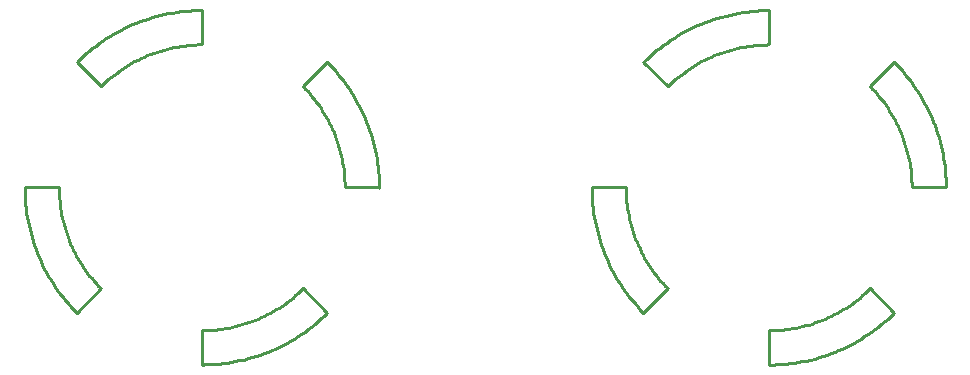
<source format=gbr>
G04 EAGLE Gerber RS-274X export*
G75*
%MOMM*%
%FSLAX34Y34*%
%LPD*%
%IN*%
%IPPOS*%
%AMOC8*
5,1,8,0,0,1.08239X$1,22.5*%
G01*
%ADD10C,0.254000*%


D10*
X662837Y77350D02*
X666407Y77392D01*
X669975Y77519D01*
X673538Y77731D01*
X677096Y78027D01*
X680645Y78409D01*
X684185Y78874D01*
X687712Y79424D01*
X691226Y80057D01*
X694723Y80774D01*
X698202Y81574D01*
X701661Y82456D01*
X705098Y83421D01*
X708512Y84467D01*
X711899Y85594D01*
X715258Y86801D01*
X718588Y88088D01*
X721887Y89454D01*
X725152Y90898D01*
X728381Y92419D01*
X731574Y94016D01*
X734727Y95689D01*
X737840Y97437D01*
X740911Y99258D01*
X743937Y101152D01*
X746917Y103117D01*
X749850Y105153D01*
X752733Y107258D01*
X755566Y109431D01*
X758346Y111670D01*
X761072Y113976D01*
X763742Y116345D01*
X766355Y118777D01*
X768910Y121271D01*
X662841Y106350D02*
X662837Y77350D01*
X662841Y106350D02*
X665720Y106384D01*
X668598Y106486D01*
X671473Y106657D01*
X674343Y106897D01*
X677206Y107204D01*
X680061Y107580D01*
X682906Y108023D01*
X685740Y108534D01*
X688562Y109112D01*
X691368Y109757D01*
X694158Y110469D01*
X696931Y111247D01*
X699684Y112091D01*
X702417Y113000D01*
X705127Y113974D01*
X707813Y115012D01*
X710474Y116114D01*
X713107Y117279D01*
X715713Y118506D01*
X718288Y119794D01*
X720832Y121144D01*
X723343Y122554D01*
X725819Y124023D01*
X728261Y125551D01*
X730665Y127136D01*
X733030Y128778D01*
X735356Y130476D01*
X737641Y132229D01*
X739884Y134035D01*
X742082Y135895D01*
X744236Y137806D01*
X746344Y139768D01*
X748405Y141780D01*
X768909Y121271D01*
X61855Y227378D02*
X32855Y227378D01*
X61855Y227378D02*
X61889Y224499D01*
X61992Y221621D01*
X62163Y218746D01*
X62403Y215876D01*
X62711Y213013D01*
X63087Y210158D01*
X63530Y207313D01*
X64042Y204479D01*
X64620Y201658D01*
X65266Y198851D01*
X65978Y196061D01*
X66756Y193288D01*
X67600Y190535D01*
X68510Y187803D01*
X69484Y185093D01*
X70522Y182407D01*
X71624Y179746D01*
X72789Y177113D01*
X74017Y174508D01*
X75306Y171933D01*
X76656Y169389D01*
X78066Y166878D01*
X79535Y164402D01*
X81063Y161961D01*
X82649Y159557D01*
X84291Y157191D01*
X85989Y154866D01*
X87742Y152581D01*
X89549Y150339D01*
X91409Y148140D01*
X93321Y145986D01*
X95283Y143879D01*
X97295Y141818D01*
X76789Y121312D01*
X74295Y123866D01*
X71862Y126479D01*
X69493Y129149D01*
X67187Y131874D01*
X64947Y134654D01*
X62774Y137486D01*
X60669Y140369D01*
X58633Y143302D01*
X56667Y146282D01*
X54773Y149308D01*
X52951Y152378D01*
X51203Y155491D01*
X49530Y158644D01*
X47932Y161836D01*
X46410Y165066D01*
X44966Y168330D01*
X43600Y171629D01*
X42313Y174958D01*
X41105Y178318D01*
X39978Y181705D01*
X38931Y185118D01*
X37966Y188555D01*
X37083Y192014D01*
X36283Y195493D01*
X35566Y198990D01*
X34932Y202503D01*
X34382Y206031D01*
X33916Y209570D01*
X33534Y213120D01*
X33237Y216677D01*
X33025Y220241D01*
X32897Y223808D01*
X32855Y227378D01*
X182855Y77378D02*
X186425Y77420D01*
X189992Y77548D01*
X193556Y77760D01*
X197113Y78057D01*
X200663Y78439D01*
X204202Y78905D01*
X207730Y79455D01*
X211243Y80089D01*
X214740Y80806D01*
X218219Y81606D01*
X221678Y82489D01*
X225115Y83454D01*
X228528Y84501D01*
X231915Y85628D01*
X235275Y86836D01*
X238604Y88123D01*
X241903Y89489D01*
X245167Y90933D01*
X248397Y92455D01*
X251589Y94053D01*
X254742Y95726D01*
X257855Y97474D01*
X260925Y99296D01*
X263951Y101190D01*
X266931Y103156D01*
X269864Y105192D01*
X272747Y107297D01*
X275579Y109470D01*
X278359Y111710D01*
X281084Y114016D01*
X283754Y116385D01*
X286367Y118818D01*
X288921Y121312D01*
X182855Y106378D02*
X182855Y77378D01*
X182855Y106378D02*
X185734Y106412D01*
X188612Y106515D01*
X191487Y106686D01*
X194357Y106926D01*
X197220Y107234D01*
X200075Y107610D01*
X202920Y108053D01*
X205754Y108565D01*
X208575Y109143D01*
X211382Y109789D01*
X214172Y110501D01*
X216945Y111279D01*
X219698Y112123D01*
X222430Y113033D01*
X225140Y114007D01*
X227826Y115045D01*
X230487Y116147D01*
X233120Y117312D01*
X235725Y118540D01*
X238300Y119829D01*
X240844Y121179D01*
X243355Y122589D01*
X245831Y124058D01*
X248272Y125586D01*
X250676Y127172D01*
X253042Y128814D01*
X255367Y130512D01*
X257652Y132265D01*
X259894Y134072D01*
X262093Y135932D01*
X264247Y137844D01*
X266354Y139806D01*
X268415Y141818D01*
X288921Y121312D01*
X512855Y227367D02*
X512897Y223797D01*
X513024Y220230D01*
X513236Y216666D01*
X513533Y213108D01*
X513914Y209559D01*
X514379Y206020D01*
X514929Y202492D01*
X515562Y198979D01*
X516279Y195482D01*
X517079Y192003D01*
X517962Y188544D01*
X518926Y185106D01*
X519972Y181693D01*
X521099Y178306D01*
X522307Y174946D01*
X523594Y171616D01*
X524959Y168318D01*
X526403Y165053D01*
X527924Y161824D01*
X529522Y158631D01*
X531195Y155478D01*
X532943Y152365D01*
X534764Y149294D01*
X536658Y146268D01*
X538623Y143288D01*
X540659Y140355D01*
X542764Y137472D01*
X544937Y134639D01*
X547176Y131860D01*
X549481Y129134D01*
X551851Y126463D01*
X554283Y123850D01*
X556777Y121296D01*
X541855Y227364D02*
X512855Y227367D01*
X541855Y227364D02*
X541891Y224395D01*
X542000Y221427D01*
X542182Y218463D01*
X542436Y215504D01*
X542763Y212552D01*
X543163Y209610D01*
X543634Y206678D01*
X544177Y203758D01*
X544792Y200853D01*
X545478Y197963D01*
X546234Y195091D01*
X547061Y192239D01*
X547958Y189408D01*
X548923Y186600D01*
X549958Y183816D01*
X551060Y181058D01*
X552230Y178329D01*
X553466Y175629D01*
X554768Y172960D01*
X556136Y170324D01*
X557567Y167722D01*
X559063Y165156D01*
X560620Y162627D01*
X562239Y160138D01*
X563919Y157689D01*
X565658Y155282D01*
X567456Y152918D01*
X569312Y150599D01*
X571223Y148327D01*
X573190Y146102D01*
X575211Y143926D01*
X577285Y141800D01*
X556777Y121296D01*
X303853Y228029D02*
X303801Y230978D01*
X303678Y233925D01*
X303482Y236868D01*
X303215Y239805D01*
X302877Y242735D01*
X302467Y245655D01*
X301986Y248565D01*
X301434Y251463D01*
X300812Y254346D01*
X300119Y257213D01*
X299357Y260062D01*
X298526Y262892D01*
X297626Y265700D01*
X296658Y268486D01*
X295622Y271248D01*
X294520Y273983D01*
X293350Y276691D01*
X292116Y279369D01*
X290816Y282017D01*
X289452Y284632D01*
X288025Y287213D01*
X286536Y289759D01*
X284984Y292267D01*
X283373Y294737D01*
X281701Y297167D01*
X279971Y299556D01*
X278183Y301901D01*
X276338Y304203D01*
X274438Y306458D01*
X272483Y308667D01*
X270475Y310827D01*
X268415Y312938D01*
X288921Y333444D01*
X291431Y330874D01*
X293878Y328244D01*
X296261Y325557D01*
X298580Y322813D01*
X300832Y320014D01*
X303016Y317163D01*
X305132Y314260D01*
X307177Y311307D01*
X309151Y308306D01*
X311053Y305258D01*
X312881Y302166D01*
X314634Y299031D01*
X316312Y295855D01*
X317914Y292640D01*
X319438Y289387D01*
X320883Y286099D01*
X322250Y282777D01*
X323537Y279423D01*
X324742Y276040D01*
X325867Y272628D01*
X326910Y269191D01*
X327869Y265729D01*
X328746Y262246D01*
X329539Y258742D01*
X330248Y255221D01*
X330873Y251683D01*
X331412Y248132D01*
X331867Y244569D01*
X332236Y240996D01*
X332519Y237415D01*
X332716Y233828D01*
X332828Y230238D01*
X332853Y226646D01*
X332853Y227378D02*
X303855Y227378D01*
X182855Y377378D02*
X179285Y377336D01*
X175718Y377208D01*
X172154Y376996D01*
X168597Y376699D01*
X165047Y376317D01*
X161508Y375851D01*
X157980Y375301D01*
X154467Y374667D01*
X150970Y373950D01*
X147491Y373150D01*
X144032Y372267D01*
X140595Y371302D01*
X137182Y370255D01*
X133795Y369128D01*
X130435Y367920D01*
X127106Y366633D01*
X123807Y365267D01*
X120543Y363823D01*
X117313Y362301D01*
X114121Y360703D01*
X110968Y359030D01*
X107855Y357282D01*
X104785Y355460D01*
X101759Y353566D01*
X98779Y351600D01*
X95846Y349564D01*
X92963Y347459D01*
X90131Y345286D01*
X87351Y343046D01*
X84626Y340740D01*
X81956Y338371D01*
X79343Y335938D01*
X76789Y333444D01*
X182855Y348378D02*
X182855Y377378D01*
X182855Y348378D02*
X179886Y348342D01*
X176918Y348232D01*
X173954Y348050D01*
X170995Y347795D01*
X168043Y347468D01*
X165101Y347068D01*
X162169Y346597D01*
X159249Y346053D01*
X156344Y345438D01*
X153455Y344752D01*
X150583Y343995D01*
X147731Y343168D01*
X144900Y342271D01*
X142091Y341305D01*
X139308Y340270D01*
X136550Y339167D01*
X133821Y337997D01*
X131121Y336761D01*
X128452Y335458D01*
X125816Y334091D01*
X123214Y332659D01*
X120649Y331163D01*
X118120Y329605D01*
X115631Y327986D01*
X113182Y326306D01*
X110775Y324566D01*
X108412Y322768D01*
X106094Y320912D01*
X103821Y319000D01*
X101596Y317033D01*
X99421Y315012D01*
X97295Y312938D01*
X76789Y333444D01*
X662869Y348350D02*
X662872Y377350D01*
X662869Y348350D02*
X659900Y348314D01*
X656932Y348205D01*
X653968Y348023D01*
X651009Y347769D01*
X648057Y347442D01*
X645115Y347042D01*
X642183Y346571D01*
X639263Y346028D01*
X636358Y345413D01*
X633468Y344727D01*
X630596Y343971D01*
X627744Y343144D01*
X624913Y342247D01*
X622105Y341282D01*
X619321Y340247D01*
X616563Y339145D01*
X613834Y337975D01*
X611134Y336739D01*
X608465Y335437D01*
X605829Y334069D01*
X603227Y332638D01*
X600661Y331142D01*
X598132Y329585D01*
X595643Y327966D01*
X593194Y326286D01*
X590787Y324547D01*
X588423Y322749D01*
X586104Y320893D01*
X583832Y318982D01*
X581607Y317015D01*
X579431Y314994D01*
X577305Y312920D01*
X556801Y333428D01*
X559436Y335999D01*
X562134Y338504D01*
X564892Y340942D01*
X567709Y343312D01*
X570584Y345612D01*
X573514Y347841D01*
X576498Y349997D01*
X579534Y352080D01*
X582620Y354087D01*
X585754Y356018D01*
X588935Y357871D01*
X592160Y359646D01*
X595428Y361341D01*
X598737Y362956D01*
X602084Y364488D01*
X605468Y365938D01*
X608887Y367305D01*
X612337Y368587D01*
X615819Y369785D01*
X619329Y370896D01*
X622864Y371921D01*
X626424Y372859D01*
X630006Y373709D01*
X633608Y374471D01*
X637227Y375145D01*
X640862Y375729D01*
X644510Y376224D01*
X648169Y376629D01*
X651837Y376945D01*
X655512Y377170D01*
X659191Y377305D01*
X662872Y377350D01*
X783855Y227336D02*
X812855Y227332D01*
X783855Y227336D02*
X783819Y230305D01*
X783710Y233273D01*
X783528Y236237D01*
X783274Y239196D01*
X782947Y242148D01*
X782547Y245090D01*
X782076Y248022D01*
X781533Y250942D01*
X780918Y253847D01*
X780232Y256737D01*
X779476Y259609D01*
X778649Y262461D01*
X777752Y265292D01*
X776787Y268100D01*
X775752Y270884D01*
X774650Y273642D01*
X773480Y276371D01*
X772244Y279071D01*
X770942Y281740D01*
X769574Y284376D01*
X768143Y286978D01*
X766647Y289544D01*
X765090Y292073D01*
X763471Y294562D01*
X761791Y297011D01*
X760052Y299418D01*
X758254Y301782D01*
X756398Y304101D01*
X754487Y306373D01*
X752520Y308598D01*
X750499Y310774D01*
X748425Y312900D01*
X768933Y333403D01*
X771427Y330849D01*
X773859Y328236D01*
X776229Y325565D01*
X778534Y322839D01*
X780773Y320060D01*
X782946Y317227D01*
X785051Y314344D01*
X787087Y311411D01*
X789052Y308431D01*
X790946Y305405D01*
X792767Y302334D01*
X794515Y299221D01*
X796188Y296068D01*
X797786Y292875D01*
X799307Y289646D01*
X800751Y286381D01*
X802116Y283083D01*
X803403Y279753D01*
X804611Y276393D01*
X805738Y273006D01*
X806784Y269593D01*
X807748Y266155D01*
X808631Y262696D01*
X809431Y259217D01*
X810148Y255720D01*
X810781Y252207D01*
X811331Y248679D01*
X811796Y245140D01*
X812177Y241591D01*
X812474Y238033D01*
X812686Y234469D01*
X812813Y230902D01*
X812855Y227332D01*
M02*

</source>
